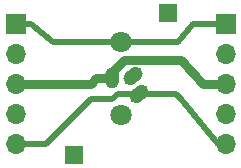
<source format=gbl>
G04 #@! TF.GenerationSoftware,KiCad,Pcbnew,(6.0.9)*
G04 #@! TF.CreationDate,2024-12-23T09:42:26+09:00*
G04 #@! TF.ProjectId,Nuvistor,4e757669-7374-46f7-922e-6b696361645f,rev?*
G04 #@! TF.SameCoordinates,Original*
G04 #@! TF.FileFunction,Copper,L2,Bot*
G04 #@! TF.FilePolarity,Positive*
%FSLAX46Y46*%
G04 Gerber Fmt 4.6, Leading zero omitted, Abs format (unit mm)*
G04 Created by KiCad (PCBNEW (6.0.9)) date 2024-12-23 09:42:26*
%MOMM*%
%LPD*%
G01*
G04 APERTURE LIST*
G04 Aperture macros list*
%AMRoundRect*
0 Rectangle with rounded corners*
0 $1 Rounding radius*
0 $2 $3 $4 $5 $6 $7 $8 $9 X,Y pos of 4 corners*
0 Add a 4 corners polygon primitive as box body*
4,1,4,$2,$3,$4,$5,$6,$7,$8,$9,$2,$3,0*
0 Add four circle primitives for the rounded corners*
1,1,$1+$1,$2,$3*
1,1,$1+$1,$4,$5*
1,1,$1+$1,$6,$7*
1,1,$1+$1,$8,$9*
0 Add four rect primitives between the rounded corners*
20,1,$1+$1,$2,$3,$4,$5,0*
20,1,$1+$1,$4,$5,$6,$7,0*
20,1,$1+$1,$6,$7,$8,$9,0*
20,1,$1+$1,$8,$9,$2,$3,0*%
%AMHorizOval*
0 Thick line with rounded ends*
0 $1 width*
0 $2 $3 position (X,Y) of the first rounded end (center of the circle)*
0 $4 $5 position (X,Y) of the second rounded end (center of the circle)*
0 Add line between two ends*
20,1,$1,$2,$3,$4,$5,0*
0 Add two circle primitives to create the rounded ends*
1,1,$1,$2,$3*
1,1,$1,$4,$5*%
G04 Aperture macros list end*
G04 #@! TA.AperFunction,ComponentPad*
%ADD10R,1.700000X1.700000*%
G04 #@! TD*
G04 #@! TA.AperFunction,ComponentPad*
%ADD11O,1.700000X1.700000*%
G04 #@! TD*
G04 #@! TA.AperFunction,ComponentPad*
%ADD12C,1.800000*%
G04 #@! TD*
G04 #@! TA.AperFunction,ComponentPad*
%ADD13HorizOval,1.200000X0.229813X0.192836X-0.229813X-0.192836X0*%
G04 #@! TD*
G04 #@! TA.AperFunction,ComponentPad*
%ADD14O,1.200000X1.800000*%
G04 #@! TD*
G04 #@! TA.AperFunction,ComponentPad*
%ADD15RoundRect,0.250000X-0.550000X-0.550000X0.550000X-0.550000X0.550000X0.550000X-0.550000X0.550000X0*%
G04 #@! TD*
G04 #@! TA.AperFunction,Conductor*
%ADD16C,0.500000*%
G04 #@! TD*
G04 #@! TA.AperFunction,Conductor*
%ADD17C,0.750000*%
G04 #@! TD*
G04 APERTURE END LIST*
D10*
X25400000Y-25844500D03*
D11*
X25400000Y-28384500D03*
X25400000Y-30924500D03*
X25400000Y-33464500D03*
X25400000Y-36004500D03*
D10*
X43180000Y-25844500D03*
D11*
X43180000Y-28384500D03*
X43180000Y-30924500D03*
X43180000Y-33464500D03*
X43180000Y-36004500D03*
D12*
X34290000Y-27368500D03*
X34290000Y-33591500D03*
D13*
X35829000Y-31813500D03*
X35289613Y-30287164D03*
D14*
X33520200Y-30480000D03*
D15*
X30290000Y-36924500D03*
X38290000Y-24924500D03*
D16*
X25400000Y-25844500D02*
X26670000Y-25844500D01*
X26670000Y-25844500D02*
X28575000Y-27368500D01*
X40386000Y-25844500D02*
X39116000Y-27368500D01*
X43180000Y-25844500D02*
X40386000Y-25844500D01*
X39116000Y-27368500D02*
X34290000Y-27368500D01*
X28575000Y-27368500D02*
X34290000Y-27368500D01*
D17*
X33520200Y-30480000D02*
X33520200Y-29916300D01*
X34544000Y-28892500D02*
X39370000Y-28892500D01*
X41275000Y-30924500D02*
X43180000Y-30924500D01*
X39370000Y-28892500D02*
X41275000Y-30924500D01*
X32194500Y-30480000D02*
X33520200Y-30480000D01*
X25400000Y-30924500D02*
X31750000Y-30924500D01*
X31750000Y-30924500D02*
X32194500Y-30480000D01*
X33520200Y-29916300D02*
X34544000Y-28892500D01*
D16*
X34036000Y-31813500D02*
X35829000Y-31813500D01*
X27940000Y-36004500D02*
X31750000Y-32194500D01*
X43180000Y-36004500D02*
X42545000Y-36004500D01*
X42545000Y-36004500D02*
X39370000Y-32194500D01*
X31750000Y-32194500D02*
X33528000Y-32194500D01*
X38989000Y-31813500D02*
X39370000Y-32194500D01*
X35829000Y-31813500D02*
X38989000Y-31813500D01*
X33528000Y-32194500D02*
X34036000Y-31813500D01*
X25400000Y-36004500D02*
X27940000Y-36004500D01*
M02*

</source>
